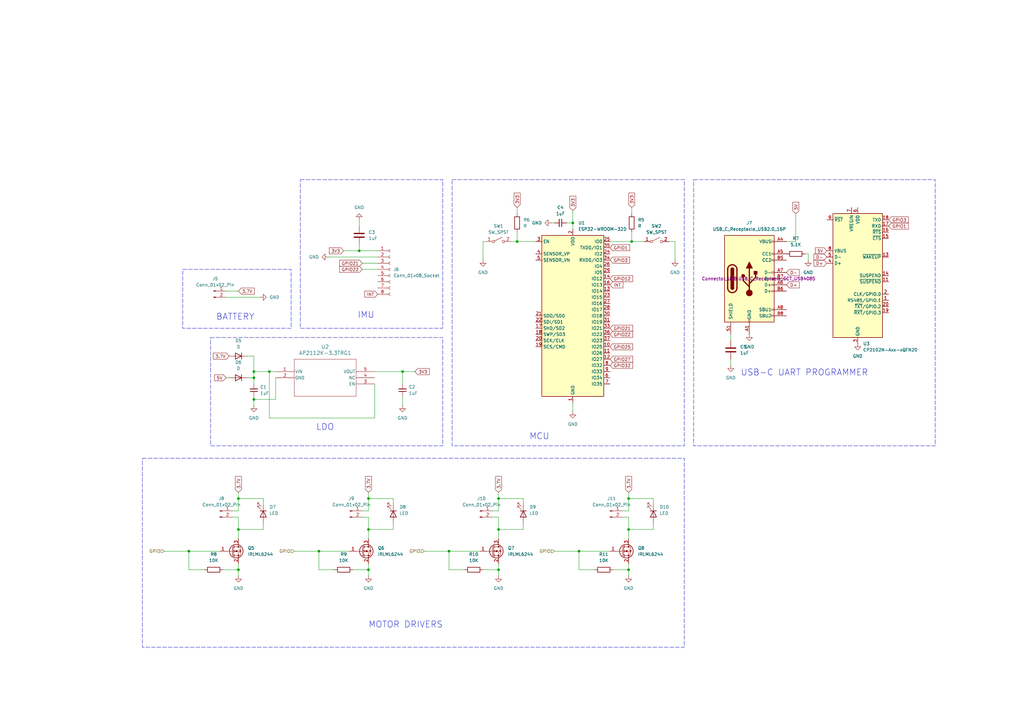
<source format=kicad_sch>
(kicad_sch (version 20231120) (generator "eeschema") (generator_version "8.0")
  (paper "A3")
  (lib_symbols
    (symbol "2025-03-06_04-36-30:AP2112K-3.3TRG1" (pin_names (offset 0.254))
      (property "Reference" "U" (at 20.32 10.16 0))
      (property "Value" "AP2112K-3.3TRG1" (at 20.32 7.62 0))
      (symbol "AP2112K-3.3TRG1_0_1"
        (polyline (pts (xy 7.62 -10.16) (xy 33.02 -10.16)) (stroke (width 0.127)))
        (polyline (pts (xy 7.62 5.08) (xy 7.62 -10.16)) (stroke (width 0.127)))
        (polyline (pts (xy 33.02 -10.16) (xy 33.02 5.08)) (stroke (width 0.127)))
        (polyline (pts (xy 33.02 5.08) (xy 7.62 5.08)) (stroke (width 0.127)))
        (pin unspecified line (at 0 0 0) (length 7.62) (name "VIN") (number "1"))
        (pin unspecified line (at 0 -2.54 0) (length 7.62) (name "GND") (number "2"))
        (pin unspecified line (at 40.64 -5.08 180) (length 7.62) (name "EN") (number "3"))
        (pin unspecified line (at 40.64 -2.54 180) (length 7.62) (name "NC") (number "4"))
        (pin unspecified line (at 40.64 0 180) (length 7.62) (name "VOUT") (number "5"))
      )
    )
    (symbol "Connector:Conn_01x02_Pin" (pin_names (offset 1.016) hide)
      (property "Reference" "J" (at 0 2.54 0))
      (property "Value" "Conn_01x02_Pin" (at 0 -5.08 0))
      (symbol "Conn_01x02_Pin_1_1"
        (polyline (pts (xy 1.27 -2.54) (xy 0.8636 -2.54)) (stroke (width 0.1524)))
        (polyline (pts (xy 1.27 0) (xy 0.8636 0)) (stroke (width 0.1524)))
        (rectangle (start 0.8636 -2.413) (end 0 -2.667) (stroke (width 0.1524)) (fill (type outline)))
        (rectangle (start 0.8636 0.127) (end 0 -0.127) (stroke (width 0.1524)) (fill (type outline)))
        (pin passive line (at 5.08 0 180) (length 3.81) (name "Pin_1") (number "1"))
        (pin passive line (at 5.08 -2.54 180) (length 3.81) (name "Pin_2") (number "2"))
      )
    )
    (symbol "Connector:Conn_01x08_Socket" (pin_names (offset 1.016) hide)
      (property "Reference" "J" (at 0 10.16 0))
      (property "Value" "Conn_01x08_Socket" (at 0 -12.7 0))
      (symbol "Conn_01x08_Socket_1_1"
        (arc (start 0 -9.652) (mid -0.5058 -10.16) (end 0 -10.668) (stroke (width 0.1524)))
        (arc (start 0 -7.112) (mid -0.5058 -7.62) (end 0 -8.128) (stroke (width 0.1524)))
        (arc (start 0 -4.572) (mid -0.5058 -5.08) (end 0 -5.588) (stroke (width 0.1524)))
        (arc (start 0 -2.032) (mid -0.5058 -2.54) (end 0 -3.048) (stroke (width 0.1524)))
        (polyline (pts (xy -1.27 -10.16) (xy -0.508 -10.16)) (stroke (width 0.1524)))
        (polyline (pts (xy -1.27 -7.62) (xy -0.508 -7.62)) (stroke (width 0.1524)))
        (polyline (pts (xy -1.27 -5.08) (xy -0.508 -5.08)) (stroke (width 0.1524)))
        (polyline (pts (xy -1.27 -2.54) (xy -0.508 -2.54)) (stroke (width 0.1524)))
        (polyline (pts (xy -1.27 0) (xy -0.508 0)) (stroke (width 0.1524)))
        (polyline (pts (xy -1.27 2.54) (xy -0.508 2.54)) (stroke (width 0.1524)))
        (polyline (pts (xy -1.27 5.08) (xy -0.508 5.08)) (stroke (width 0.1524)))
        (polyline (pts (xy -1.27 7.62) (xy -0.508 7.62)) (stroke (width 0.1524)))
        (arc (start 0 0.508) (mid -0.5058 0) (end 0 -0.508) (stroke (width 0.1524)))
        (arc (start 0 3.048) (mid -0.5058 2.54) (end 0 2.032) (stroke (width 0.1524)))
        (arc (start 0 5.588) (mid -0.5058 5.08) (end 0 4.572) (stroke (width 0.1524)))
        (arc (start 0 8.128) (mid -0.5058 7.62) (end 0 7.112) (stroke (width 0.1524)))
        (pin passive line (at -5.08 7.62 0) (length 3.81) (name "Pin_1") (number "1"))
        (pin passive line (at -5.08 5.08 0) (length 3.81) (name "Pin_2") (number "2"))
        (pin passive line (at -5.08 2.54 0) (length 3.81) (name "Pin_3") (number "3"))
        (pin passive line (at -5.08 0 0) (length 3.81) (name "Pin_4") (number "4"))
        (pin passive line (at -5.08 -2.54 0) (length 3.81) (name "Pin_5") (number "5"))
        (pin passive line (at -5.08 -5.08 0) (length 3.81) (name "Pin_6") (number "6"))
        (pin passive line (at -5.08 -7.62 0) (length 3.81) (name "Pin_7") (number "7"))
        (pin passive line (at -5.08 -10.16 0) (length 3.81) (name "Pin_8") (number "8"))
      )
    )
    (symbol "Connector:USB_C_Receptacle_USB2.0_16P" (pin_names (offset 1.016))
      (property "Reference" "J" (at 0 22.225 0))
      (property "Value" "USB_C_Receptacle_USB2.0_16P" (at 0 19.685 0))
      (symbol "USB_C_Receptacle_USB2.0_16P_0_0"
        (rectangle (start -0.254 -17.78) (end 0.254 -16.764))
        (rectangle (start 10.16 -14.986) (end 9.144 -15.494))
        (rectangle (start 10.16 -12.446) (end 9.144 -12.954))
        (rectangle (start 10.16 -4.826) (end 9.144 -5.334))
        (rectangle (start 10.16 -2.286) (end 9.144 -2.794))
        (rectangle (start 10.16 0.254) (end 9.144 -0.254))
        (rectangle (start 10.16 2.794) (end 9.144 2.286))
        (rectangle (start 10.16 7.874) (end 9.144 7.366))
        (rectangle (start 10.16 10.414) (end 9.144 9.906))
        (rectangle (start 10.16 15.494) (end 9.144 14.986))
      )
      (symbol "USB_C_Receptacle_USB2.0_16P_0_1"
        (rectangle (start -10.16 17.78) (end 10.16 -17.78) (stroke (width 0.254)) (fill (type background)))
        (arc (start -8.89 -3.81) (mid -6.985 -5.7067) (end -5.08 -3.81) (stroke (width 0.508)))
        (arc (start -7.62 -3.81) (mid -6.985 -4.4423) (end -6.35 -3.81) (stroke (width 0.254)))
        (arc (start -7.62 -3.81) (mid -6.985 -4.4423) (end -6.35 -3.81) (stroke (width 0.254)) (fill (type outline)))
        (rectangle (start -7.62 -3.81) (end -6.35 3.81) (stroke (width 0.254)) (fill (type outline)))
        (arc (start -6.35 3.81) (mid -6.985 4.4423) (end -7.62 3.81) (stroke (width 0.254)))
        (arc (start -6.35 3.81) (mid -6.985 4.4423) (end -7.62 3.81) (stroke (width 0.254)) (fill (type outline)))
        (arc (start -5.08 3.81) (mid -6.985 5.7067) (end -8.89 3.81) (stroke (width 0.508)))
        (circle (center -2.54 1.143) (radius 0.635) (stroke (width 0.254)) (fill (type outline)))
        (circle (center 0 -5.842) (radius 1.27) (fill (type outline)))
        (polyline (pts (xy -8.89 -3.81) (xy -8.89 3.81)) (stroke (width 0.508)))
        (polyline (pts (xy -5.08 3.81) (xy -5.08 -3.81)) (stroke (width 0.508)))
        (polyline (pts (xy 0 -5.842) (xy 0 4.318)) (stroke (width 0.508)))
        (polyline (pts (xy 0 -3.302) (xy -2.54 -0.762) (xy -2.54 0.508)) (stroke (width 0.508)))
        (polyline (pts (xy 0 -2.032) (xy 2.54 0.508) (xy 2.54 1.778)) (stroke (width 0.508)))
        (polyline (pts (xy -1.27 4.318) (xy 0 6.858) (xy 1.27 4.318) (xy -1.27 4.318)) (stroke (width 0.254)) (fill (type outline)))
        (rectangle (start 1.905 1.778) (end 3.175 3.048) (stroke (width 0.254)) (fill (type outline)))
      )
      (symbol "USB_C_Receptacle_USB2.0_16P_1_1"
        (pin passive line (at 0 -22.86 90) (length 5.08) (name "GND") (number "A1"))
        (pin passive line (at 0 -22.86 90) (length 5.08) hide (name "GND") (number "A12"))
        (pin passive line (at 15.24 15.24 180) (length 5.08) (name "VBUS") (number "A4"))
        (pin bidirectional line (at 15.24 10.16 180) (length 5.08) (name "CC1") (number "A5"))
        (pin bidirectional line (at 15.24 -2.54 180) (length 5.08) (name "D+") (number "A6"))
        (pin bidirectional line (at 15.24 2.54 180) (length 5.08) (name "D-") (number "A7"))
        (pin bidirectional line (at 15.24 -12.7 180) (length 5.08) (name "SBU1") (number "A8"))
        (pin passive line (at 15.24 15.24 180) (length 5.08) hide (name "VBUS") (number "A9"))
        (pin passive line (at 0 -22.86 90) (length 5.08) hide (name "GND") (number "B1"))
        (pin passive line (at 0 -22.86 90) (length 5.08) hide (name "GND") (number "B12"))
        (pin passive line (at 15.24 15.24 180) (length 5.08) hide (name "VBUS") (number "B4"))
        (pin bidirectional line (at 15.24 7.62 180) (length 5.08) (name "CC2") (number "B5"))
        (pin bidirectional line (at 15.24 -5.08 180) (length 5.08) (name "D+") (number "B6"))
        (pin bidirectional line (at 15.24 0 180) (length 5.08) (name "D-") (number "B7"))
        (pin bidirectional line (at 15.24 -15.24 180) (length 5.08) (name "SBU2") (number "B8"))
        (pin passive line (at 15.24 15.24 180) (length 5.08) hide (name "VBUS") (number "B9"))
        (pin passive line (at -7.62 -22.86 90) (length 5.08) (name "SHIELD") (number "S1"))
      )
    )
    (symbol "Device:C" (pin_numbers hide) (pin_names (offset 0.254))
      (property "Reference" "C" (at 0.635 2.54 0))
      (property "Value" "C" (at 0.635 -2.54 0))
      (symbol "C_0_1"
        (polyline (pts (xy -2.032 -0.762) (xy 2.032 -0.762)) (stroke (width 0.508)))
        (polyline (pts (xy -2.032 0.762) (xy 2.032 0.762)) (stroke (width 0.508)))
      )
      (symbol "C_1_1"
        (pin passive line (at 0 3.81 270) (length 2.794) (name "~") (number "1"))
        (pin passive line (at 0 -3.81 90) (length 2.794) (name "~") (number "2"))
      )
    )
    (symbol "Device:C_Small" (pin_numbers hide) (pin_names (offset 0.254) hide)
      (property "Reference" "C" (at 0.254 1.778 0))
      (property "Value" "C_Small" (at 0.254 -2.032 0))
      (symbol "C_Small_0_1"
        (polyline (pts (xy -1.524 -0.508) (xy 1.524 -0.508)) (stroke (width 0.3302)))
        (polyline (pts (xy -1.524 0.508) (xy 1.524 0.508)) (stroke (width 0.3048)))
      )
      (symbol "C_Small_1_1"
        (pin passive line (at 0 2.54 270) (length 2.032) (name "~") (number "1"))
        (pin passive line (at 0 -2.54 90) (length 2.032) (name "~") (number "2"))
      )
    )
    (symbol "Device:D" (pin_numbers hide) (pin_names (offset 1.016) hide)
      (property "Reference" "D" (at 0 2.54 0))
      (property "Value" "D" (at 0 -2.54 0))
      (symbol "D_0_1"
        (polyline (pts (xy -1.27 1.27) (xy -1.27 -1.27)) (stroke (width 0.254)))
        (polyline (pts (xy 1.27 0) (xy -1.27 0)))
        (polyline (pts (xy 1.27 1.27) (xy 1.27 -1.27) (xy -1.27 0) (xy 1.27 1.27)) (stroke (width 0.254)))
      )
      (symbol "D_1_1"
        (pin passive line (at -3.81 0 0) (length 2.54) (name "K") (number "1"))
        (pin passive line (at 3.81 0 180) (length 2.54) (name "A") (number "2"))
      )
    )
    (symbol "Device:LED" (pin_numbers hide) (pin_names (offset 1.016) hide)
      (property "Reference" "D" (at 0 2.54 0))
      (property "Value" "LED" (at 0 -2.54 0))
      (symbol "LED_0_1"
        (polyline (pts (xy -1.27 -1.27) (xy -1.27 1.27)) (stroke (width 0.254)))
        (polyline (pts (xy -1.27 0) (xy 1.27 0)))
        (polyline (pts (xy 1.27 -1.27) (xy 1.27 1.27) (xy -1.27 0) (xy 1.27 -1.27)) (stroke (width 0.254)))
        (polyline (pts (xy -3.048 -0.762) (xy -4.572 -2.286) (xy -3.81 -2.286) (xy -4.572 -2.286) (xy -4.572 -1.524)))
        (polyline (pts (xy -1.778 -0.762) (xy -3.302 -2.286) (xy -2.54 -2.286) (xy -3.302 -2.286) (xy -3.302 -1.524)))
      )
      (symbol "LED_1_1"
        (pin passive line (at -3.81 0 0) (length 2.54) (name "K") (number "1"))
        (pin passive line (at 3.81 0 180) (length 2.54) (name "A") (number "2"))
      )
    )
    (symbol "Device:R" (pin_numbers hide) (pin_names (offset 0))
      (property "Reference" "R" (at 2.032 0 90))
      (property "Value" "R" (at 0 0 90))
      (symbol "R_0_1"
        (rectangle (start -1.016 -2.54) (end 1.016 2.54) (stroke (width 0.254)))
      )
      (symbol "R_1_1"
        (pin passive line (at 0 3.81 270) (length 1.27) (name "~") (number "1"))
        (pin passive line (at 0 -3.81 90) (length 1.27) (name "~") (number "2"))
      )
    )
    (symbol "Interface_USB:CP2102N-Axx-xQFN20"
      (property "Reference" "U" (at -8.89 26.67 0))
      (property "Value" "CP2102N-Axx-xQFN20" (at 12.7 26.67 0))
      (symbol "CP2102N-Axx-xQFN20_0_1"
        (rectangle (start -10.16 25.4) (end 10.16 -25.4) (stroke (width 0.254)) (fill (type background)))
      )
      (symbol "CP2102N-Axx-xQFN20_1_1"
        (pin bidirectional line (at 12.7 -10.16 180) (length 2.54) (name "RS485/GPIO.1") (number "1"))
        (pin no_connect line (at -10.16 -22.86 0) (length 2.54) hide (name "NC") (number "10"))
        (pin output line (at 12.7 -2.54 180) (length 2.54) (name "~{SUSPEND}") (number "11"))
        (pin passive line (at 0 -27.94 90) (length 2.54) hide (name "GND") (number "12"))
        (pin input line (at 12.7 7.62 180) (length 2.54) (name "~{WAKEUP}") (number "13"))
        (pin output line (at 12.7 0 180) (length 2.54) (name "SUSPEND") (number "14"))
        (pin input line (at 12.7 15.24 180) (length 2.54) (name "~{CTS}") (number "15"))
        (pin output line (at 12.7 17.78 180) (length 2.54) (name "~{RTS}") (number "16"))
        (pin input line (at 12.7 20.32 180) (length 2.54) (name "RXD") (number "17"))
        (pin output line (at 12.7 22.86 180) (length 2.54) (name "TXD") (number "18"))
        (pin bidirectional line (at 12.7 -15.24 180) (length 2.54) (name "~{RXT}/GPIO.3") (number "19"))
        (pin bidirectional line (at 12.7 -7.62 180) (length 2.54) (name "CLK/GPIO.0") (number "2"))
        (pin bidirectional line (at 12.7 -12.7 180) (length 2.54) (name "~{TXT}/GPIO.2") (number "20"))
        (pin passive line (at 0 -27.94 90) (length 2.54) hide (name "GND") (number "21"))
        (pin power_in line (at 0 -27.94 90) (length 2.54) (name "GND") (number "3"))
        (pin bidirectional line (at -12.7 5.08 0) (length 2.54) (name "D+") (number "4"))
        (pin bidirectional line (at -12.7 7.62 0) (length 2.54) (name "D-") (number "5"))
        (pin power_in line (at 0 27.94 270) (length 2.54) (name "VDD") (number "6"))
        (pin power_in line (at -2.54 27.94 270) (length 2.54) (name "VREGIN") (number "7"))
        (pin input line (at -12.7 10.16 0) (length 2.54) (name "VBUS") (number "8"))
        (pin input line (at -12.7 22.86 0) (length 2.54) (name "~{RST}") (number "9"))
      )
    )
    (symbol "RF_Module:ESP32-WROOM-32D"
      (property "Reference" "U" (at -12.7 34.29 0))
      (property "Value" "ESP32-WROOM-32D" (at 1.27 34.29 0))
      (symbol "ESP32-WROOM-32D_0_1"
        (rectangle (start -12.7 33.02) (end 12.7 -33.02) (stroke (width 0.254)) (fill (type background)))
      )
      (symbol "ESP32-WROOM-32D_1_1"
        (pin power_in line (at 0 -35.56 90) (length 2.54) (name "GND") (number "1"))
        (pin bidirectional line (at 15.24 -12.7 180) (length 2.54) (name "IO25") (number "10"))
        (pin bidirectional line (at 15.24 -15.24 180) (length 2.54) (name "IO26") (number "11"))
        (pin bidirectional line (at 15.24 -17.78 180) (length 2.54) (name "IO27") (number "12"))
        (pin bidirectional line (at 15.24 10.16 180) (length 2.54) (name "IO14") (number "13"))
        (pin bidirectional line (at 15.24 15.24 180) (length 2.54) (name "IO12") (number "14"))
        (pin passive line (at 0 -35.56 90) (length 2.54) hide (name "GND") (number "15"))
        (pin bidirectional line (at 15.24 12.7 180) (length 2.54) (name "IO13") (number "16"))
        (pin bidirectional line (at -15.24 -5.08 0) (length 2.54) (name "SHD/SD2") (number "17"))
        (pin bidirectional line (at -15.24 -7.62 0) (length 2.54) (name "SWP/SD3") (number "18"))
        (pin bidirectional line (at -15.24 -12.7 0) (length 2.54) (name "SCS/CMD") (number "19"))
        (pin power_in line (at 0 35.56 270) (length 2.54) (name "VDD") (number "2"))
        (pin bidirectional line (at -15.24 -10.16 0) (length 2.54) (name "SCK/CLK") (number "20"))
        (pin bidirectional line (at -15.24 0 0) (length 2.54) (name "SDO/SD0") (number "21"))
        (pin bidirectional line (at -15.24 -2.54 0) (length 2.54) (name "SDI/SD1") (number "22"))
        (pin bidirectional line (at 15.24 7.62 180) (length 2.54) (name "IO15") (number "23"))
        (pin bidirectional line (at 15.24 25.4 180) (length 2.54) (name "IO2") (number "24"))
        (pin bidirectional line (at 15.24 30.48 180) (length 2.54) (name "IO0") (number "25"))
        (pin bidirectional line (at 15.24 20.32 180) (length 2.54) (name "IO4") (number "26"))
        (pin bidirectional line (at 15.24 5.08 180) (length 2.54) (name "IO16") (number "27"))
        (pin bidirectional line (at 15.24 2.54 180) (length 2.54) (name "IO17") (number "28"))
        (pin bidirectional line (at 15.24 17.78 180) (length 2.54) (name "IO5") (number "29"))
        (pin input line (at -15.24 30.48 0) (length 2.54) (name "EN") (number "3"))
        (pin bidirectional line (at 15.24 0 180) (length 2.54) (name "IO18") (number "30"))
        (pin bidirectional line (at 15.24 -2.54 180) (length 2.54) (name "IO19") (number "31"))
        (pin no_connect line (at -12.7 -27.94 0) (length 2.54) hide (name "NC") (number "32"))
        (pin bidirectional line (at 15.24 -5.08 180) (length 2.54) (name "IO21") (number "33"))
        (pin bidirectional line (at 15.24 22.86 180) (length 2.54) (name "RXD0/IO3") (number "34"))
        (pin bidirectional line (at 15.24 27.94 180) (length 2.54) (name "TXD0/IO1") (number "35"))
        (pin bidirectional line (at 15.24 -7.62 180) (length 2.54) (name "IO22") (number "36"))
        (pin bidirectional line (at 15.24 -10.16 180) (length 2.54) (name "IO23") (number "37"))
        (pin passive line (at 0 -35.56 90) (length 2.54) hide (name "GND") (number "38"))
        (pin passive line (at 0 -35.56 90) (length 2.54) hide (name "GND") (number "39"))
        (pin input line (at -15.24 25.4 0) (length 2.54) (name "SENSOR_VP") (number "4"))
        (pin input line (at -15.24 22.86 0) (length 2.54) (name "SENSOR_VN") (number "5"))
        (pin input line (at 15.24 -25.4 180) (length 2.54) (name "IO34") (number "6"))
        (pin input line (at 15.24 -27.94 180) (length 2.54) (name "IO35") (number "7"))
        (pin bidirectional line (at 15.24 -20.32 180) (length 2.54) (name "IO32") (number "8"))
        (pin bidirectional line (at 15.24 -22.86 180) (length 2.54) (name "IO33") (number "9"))
      )
    )
    (symbol "Switch:SW_SPST" (pin_names (offset 0) hide)
      (property "Reference" "SW" (at 0 3.175 0))
      (property "Value" "SW_SPST" (at 0 -2.54 0))
      (symbol "SW_SPST_0_0"
        (circle (center -2.032 0) (radius 0.508))
        (polyline (pts (xy -1.524 0.254) (xy 1.524 1.778)))
        (circle (center 2.032 0) (radius 0.508))
      )
      (symbol "SW_SPST_1_1"
        (pin passive line (at -5.08 0 0) (length 2.54) (name "A") (number "1"))
        (pin passive line (at 5.08 0 180) (length 2.54) (name "B") (number "2"))
      )
    )
    (symbol "Transistor_FET:IRLML6244" (pin_names hide)
      (property "Reference" "Q" (at 5.08 1.905 0))
      (property "Value" "IRLML6244" (at 5.08 0 0))
      (symbol "IRLML6244_0_1"
        (polyline (pts (xy 0.254 0) (xy -2.54 0)))
        (polyline (pts (xy 0.254 1.905) (xy 0.254 -1.905)) (stroke (width 0.254)))
        (polyline (pts (xy 0.762 -1.27) (xy 0.762 -2.286)) (stroke (width 0.254)))
        (polyline (pts (xy 0.762 0.508) (xy 0.762 -0.508)) (stroke (width 0.254)))
        (polyline (pts (xy 0.762 2.286) (xy 0.762 1.27)) (stroke (width 0.254)))
        (polyline (pts (xy 2.54 2.54) (xy 2.54 1.778)))
        (polyline (pts (xy 2.54 -2.54) (xy 2.54 0) (xy 0.762 0)))
        (polyline (pts (xy 0.762 -1.778) (xy 3.302 -1.778) (xy 3.302 1.778) (xy 0.762 1.778)))
        (polyline (pts (xy 1.016 0) (xy 2.032 0.381) (xy 2.032 -0.381) (xy 1.016 0)) (fill (type outline)))
        (polyline (pts (xy 2.794 0.508) (xy 2.921 0.381) (xy 3.683 0.381) (xy 3.81 0.254)))
        (polyline (pts (xy 3.302 0.381) (xy 2.921 -0.254) (xy 3.683 -0.254) (xy 3.302 0.381)))
        (circle (center 1.651 0) (radius 2.794) (stroke (width 0.254)))
        (circle (center 2.54 -1.778) (radius 0.254) (fill (type outline)))
        (circle (center 2.54 1.778) (radius 0.254) (fill (type outline)))
      )
      (symbol "IRLML6244_1_1"
        (pin input line (at -5.08 0 0) (length 2.54) (name "G") (number "1"))
        (pin passive line (at 2.54 -5.08 90) (length 2.54) (name "S") (number "2"))
        (pin passive line (at 2.54 5.08 270) (length 2.54) (name "D") (number "3"))
      )
    )
    (symbol "power:GND" (power) (pin_numbers hide) (pin_names (offset 0) hide)
      (property "Value" "GND" (at 0 -3.81 0))
      (symbol "GND_0_1"
        (polyline (pts (xy 0 0) (xy 0 -1.27) (xy 1.27 -1.27) (xy 0 -2.54) (xy -1.27 -1.27) (xy 0 -1.27)))
      )
      (symbol "GND_1_1"
        (pin power_in line (at 0 0 270) (length 0) (name "~") (number "1"))
      )
    )
  )
  (junction (at 257.81 204.47))
  (junction (at 104.14 154.94))
  (junction (at 237.49 226.06))
  (junction (at 257.81 233.68))
  (junction (at 234.95 91.44))
  (junction (at 184.15 226.06))
  (junction (at 165.1 152.4))
  (junction (at 151.13 217.17))
  (junction (at 97.79 204.47))
  (junction (at 77.47 226.06))
  (junction (at 104.14 163.83))
  (junction (at 130.81 226.06))
  (junction (at 104.14 152.4))
  (junction (at 97.79 233.68))
  (junction (at 204.47 217.17))
  (junction (at 204.47 204.47))
  (junction (at 259.08 99.06))
  (junction (at 212.09 99.06))
  (junction (at 257.81 217.17))
  (junction (at 151.13 233.68))
  (junction (at 110.49 152.4))
  (junction (at 97.79 217.17))
  (junction (at 147.32 102.87))
  (junction (at 204.47 233.68))
  (junction (at 151.13 204.47))
  (wire (pts (xy 161.29 214.63) (xy 161.29 217.17)))
  (wire (pts (xy 212.09 99.06) (xy 219.71 99.06)))
  (wire (pts (xy 107.95 204.47) (xy 97.79 204.47)))
  (wire (pts (xy 104.14 163.83) (xy 104.14 166.37)))
  (wire (pts (xy 214.63 217.17) (xy 204.47 217.17)))
  (wire (pts (xy 107.95 217.17) (xy 97.79 217.17)))
  (wire (pts (xy 130.81 226.06) (xy 143.51 226.06)))
  (wire (pts (xy 151.13 209.55) (xy 148.59 209.55)))
  (wire (pts (xy 276.86 106.68) (xy 276.86 99.06)))
  (wire (pts (xy 151.13 233.68) (xy 151.13 236.22)))
  (wire (pts (xy 204.47 204.47) (xy 204.47 209.55)))
  (wire (pts (xy 147.32 102.87) (xy 154.94 102.87)))
  (wire (pts (xy 226.06 91.44) (xy 227.33 91.44)))
  (wire (pts (xy 77.47 233.68) (xy 77.47 226.06)))
  (wire (pts (xy 173.99 226.06) (xy 184.15 226.06)))
  (wire (pts (xy 151.13 201.93) (xy 151.13 204.47)))
  (wire (pts (xy 204.47 233.68) (xy 204.47 236.22)))
  (wire (pts (xy 212.09 95.25) (xy 212.09 99.06)))
  (wire (pts (xy 153.67 171.45) (xy 110.49 171.45)))
  (wire (pts (xy 104.14 154.94) (xy 104.14 157.48)))
  (wire (pts (xy 130.81 233.68) (xy 130.81 226.06)))
  (wire (pts (xy 214.63 214.63) (xy 214.63 217.17)))
  (wire (pts (xy 92.71 119.38) (xy 97.79 119.38)))
  (wire (pts (xy 259.08 85.09) (xy 259.08 87.63)))
  (wire (pts (xy 147.32 90.17) (xy 147.32 92.71)))
  (wire (pts (xy 97.79 209.55) (xy 95.25 209.55)))
  (wire (pts (xy 144.78 233.68) (xy 151.13 233.68)))
  (wire (pts (xy 299.72 137.16) (xy 299.72 139.7)))
  (wire (pts (xy 165.1 162.56) (xy 165.1 166.37)))
  (wire (pts (xy 101.6 154.94) (xy 104.14 154.94)))
  (wire (pts (xy 184.15 226.06) (xy 196.85 226.06)))
  (wire (pts (xy 137.16 233.68) (xy 130.81 233.68)))
  (wire (pts (xy 97.79 201.93) (xy 97.79 204.47)))
  (wire (pts (xy 161.29 204.47) (xy 151.13 204.47)))
  (wire (pts (xy 151.13 231.14) (xy 151.13 233.68)))
  (wire (pts (xy 199.39 99.06) (xy 198.12 99.06)))
  (wire (pts (xy 120.65 226.06) (xy 130.81 226.06)))
  (wire (pts (xy 140.97 102.87) (xy 147.32 102.87)))
  (wire (pts (xy 243.84 233.68) (xy 237.49 233.68)))
  (wire (pts (xy 151.13 212.09) (xy 151.13 217.17)))
  (wire (pts (xy 331.47 106.68) (xy 331.47 104.14)))
  (wire (pts (xy 107.95 207.01) (xy 107.95 204.47)))
  (wire (pts (xy 267.97 204.47) (xy 257.81 204.47)))
  (wire (pts (xy 92.71 154.94) (xy 93.98 154.94)))
  (wire (pts (xy 257.81 204.47) (xy 257.81 209.55)))
  (wire (pts (xy 110.49 152.4) (xy 113.03 152.4)))
  (wire (pts (xy 251.46 233.68) (xy 257.81 233.68)))
  (wire (pts (xy 151.13 217.17) (xy 151.13 220.98)))
  (wire (pts (xy 204.47 231.14) (xy 204.47 233.68)))
  (wire (pts (xy 184.15 233.68) (xy 184.15 226.06)))
  (wire (pts (xy 104.14 152.4) (xy 104.14 154.94)))
  (wire (pts (xy 165.1 152.4) (xy 165.1 157.48)))
  (wire (pts (xy 113.03 154.94) (xy 113.03 163.83)))
  (wire (pts (xy 67.31 226.06) (xy 77.47 226.06)))
  (wire (pts (xy 104.14 162.56) (xy 104.14 163.83)))
  (wire (pts (xy 201.93 212.09) (xy 204.47 212.09)))
  (wire (pts (xy 148.59 212.09) (xy 151.13 212.09)))
  (wire (pts (xy 147.32 100.33) (xy 147.32 102.87)))
  (wire (pts (xy 161.29 207.01) (xy 161.29 204.47)))
  (wire (pts (xy 113.03 163.83) (xy 104.14 163.83)))
  (wire (pts (xy 326.39 87.63) (xy 326.39 99.06)))
  (wire (pts (xy 153.67 152.4) (xy 165.1 152.4)))
  (wire (pts (xy 104.14 152.4) (xy 110.49 152.4)))
  (wire (pts (xy 237.49 226.06) (xy 250.19 226.06)))
  (wire (pts (xy 92.71 121.92) (xy 106.68 121.92)))
  (wire (pts (xy 101.6 146.05) (xy 104.14 146.05)))
  (wire (pts (xy 107.95 214.63) (xy 107.95 217.17)))
  (wire (pts (xy 267.97 207.01) (xy 267.97 204.47)))
  (wire (pts (xy 190.5 233.68) (xy 184.15 233.68)))
  (wire (pts (xy 83.82 233.68) (xy 77.47 233.68)))
  (wire (pts (xy 299.72 147.32) (xy 299.72 149.86)))
  (wire (pts (xy 326.39 99.06) (xy 322.58 99.06)))
  (wire (pts (xy 104.14 146.05) (xy 104.14 152.4)))
  (wire (pts (xy 209.55 99.06) (xy 212.09 99.06)))
  (wire (pts (xy 232.41 91.44) (xy 234.95 91.44)))
  (wire (pts (xy 234.95 86.36) (xy 234.95 91.44)))
  (wire (pts (xy 204.47 201.93) (xy 204.47 204.47)))
  (wire (pts (xy 148.59 110.49) (xy 154.94 110.49)))
  (wire (pts (xy 214.63 204.47) (xy 204.47 204.47)))
  (wire (pts (xy 331.47 104.14) (xy 330.2 104.14)))
  (wire (pts (xy 153.67 157.48) (xy 153.67 171.45)))
  (wire (pts (xy 267.97 217.17) (xy 257.81 217.17)))
  (wire (pts (xy 151.13 204.47) (xy 151.13 209.55)))
  (wire (pts (xy 97.79 212.09) (xy 97.79 217.17)))
  (wire (pts (xy 257.81 231.14) (xy 257.81 233.68)))
  (wire (pts (xy 234.95 165.1) (xy 234.95 168.91)))
  (wire (pts (xy 110.49 152.4) (xy 110.49 171.45)))
  (wire (pts (xy 257.81 209.55) (xy 255.27 209.55)))
  (wire (pts (xy 134.62 105.41) (xy 154.94 105.41)))
  (wire (pts (xy 161.29 217.17) (xy 151.13 217.17)))
  (wire (pts (xy 276.86 99.06) (xy 274.32 99.06)))
  (wire (pts (xy 214.63 207.01) (xy 214.63 204.47)))
  (wire (pts (xy 267.97 214.63) (xy 267.97 217.17)))
  (wire (pts (xy 148.59 107.95) (xy 154.94 107.95)))
  (wire (pts (xy 198.12 99.06) (xy 198.12 106.68)))
  (wire (pts (xy 257.81 233.68) (xy 257.81 236.22)))
  (wire (pts (xy 259.08 99.06) (xy 264.16 99.06)))
  (wire (pts (xy 204.47 209.55) (xy 201.93 209.55)))
  (wire (pts (xy 257.81 201.93) (xy 257.81 204.47)))
  (wire (pts (xy 97.79 217.17) (xy 97.79 220.98)))
  (wire (pts (xy 234.95 91.44) (xy 234.95 93.98)))
  (wire (pts (xy 255.27 212.09) (xy 257.81 212.09)))
  (wire (pts (xy 198.12 233.68) (xy 204.47 233.68)))
  (wire (pts (xy 165.1 152.4) (xy 170.18 152.4)))
  (wire (pts (xy 237.49 233.68) (xy 237.49 226.06)))
  (wire (pts (xy 257.81 217.17) (xy 257.81 220.98)))
  (wire (pts (xy 227.33 226.06) (xy 237.49 226.06)))
  (wire (pts (xy 204.47 212.09) (xy 204.47 217.17)))
  (wire (pts (xy 259.08 99.06) (xy 259.08 95.25)))
  (wire (pts (xy 97.79 204.47) (xy 97.79 209.55)))
  (wire (pts (xy 97.79 233.68) (xy 97.79 236.22)))
  (wire (pts (xy 250.19 99.06) (xy 259.08 99.06)))
  (wire (pts (xy 204.47 217.17) (xy 204.47 220.98)))
  (wire (pts (xy 95.25 212.09) (xy 97.79 212.09)))
  (wire (pts (xy 212.09 85.09) (xy 212.09 87.63)))
  (wire (pts (xy 91.44 233.68) (xy 97.79 233.68)))
  (wire (pts (xy 97.79 231.14) (xy 97.79 233.68)))
  (wire (pts (xy 257.81 212.09) (xy 257.81 217.17)))
  (wire (pts (xy 77.47 226.06) (xy 90.17 226.06)))
  (rectangle (start 86.36 138.43) (end 181.61 182.88) (stroke (width 0) (type dash)))
  (rectangle (start 284.48 73.66) (end 383.54 182.88) (stroke (width 0) (type dash)))
  (rectangle (start 58.42 187.96) (end 280.67 265.43) (stroke (width 0) (type dash)))
  (rectangle (start 123.19 73.66) (end 181.61 134.62) (stroke (width 0) (type dash)))
  (rectangle (start 185.42 73.66) (end 280.67 182.88) (stroke (width 0) (type dash)))
  (rectangle (start 74.93 110.49) (end 119.38 134.62) (stroke (width 0) (type dash)))
  (text "IMU" (at 150.114 129.286 0) (effects (font (size 2.54 2.54))))
  (text "USB-C UART PROGRAMMER" (at 329.946 152.908 0) (effects (font (size 2.54 2.54))))
  (text "LDO" (at 133.35 175.26 0) (effects (font (size 2.54 2.54))))
  (text "MOTOR DRIVERS" (at 166.37 256.286 0) (effects (font (size 2.54 2.54))))
  (text "MCU" (at 221.234 179.07 0) (effects (font (size 2.54 2.54))))
  (text "BATTERY" (at 96.52 130.048 0) (effects (font (size 2.54 2.54))))
  (global_label "3.7V" (shape input) (at 151.13 201.93 90) (property "Intersheetrefs" "${INTERSHEET_REFS}" (effects (hide yes))))
  (global_label "3.7V" (shape input) (at 93.98 146.05 180) (property "Intersheetrefs" "${INTERSHEET_REFS}" (effects (hide yes))))
  (global_label "GPIO22" (shape input) (at 148.59 110.49 180) (property "Intersheetrefs" "${INTERSHEET_REFS}" (effects (hide yes))))
  (global_label "3V3" (shape input) (at 170.18 152.4 0) (property "Intersheetrefs" "${INTERSHEET_REFS}" (effects (hide yes))))
  (global_label "GPIO22" (shape input) (at 250.19 137.16 0) (property "Intersheetrefs" "${INTERSHEET_REFS}" (effects (hide yes))))
  (global_label "GPIO32" (shape input) (at 250.19 149.86 0) (property "Intersheetrefs" "${INTERSHEET_REFS}" (effects (hide yes))))
  (global_label "GPIO1" (shape input) (at 250.19 101.6 0) (property "Intersheetrefs" "${INTERSHEET_REFS}" (effects (hide yes))))
  (global_label "3.7V" (shape input) (at 97.79 201.93 90) (property "Intersheetrefs" "${INTERSHEET_REFS}" (effects (hide yes))))
  (global_label "GPIO25" (shape input) (at 250.19 142.24 0) (property "Intersheetrefs" "${INTERSHEET_REFS}" (effects (hide yes))))
  (global_label "3V3" (shape input) (at 140.97 102.87 180) (property "Intersheetrefs" "${INTERSHEET_REFS}" (effects (hide yes))))
  (global_label "5V" (shape input) (at 339.09 102.87 180) (property "Intersheetrefs" "${INTERSHEET_REFS}" (effects (hide yes))))
  (global_label "GPIO21" (shape input) (at 250.19 134.62 0) (property "Intersheetrefs" "${INTERSHEET_REFS}" (effects (hide yes))))
  (global_label "D-" (shape input) (at 339.09 105.41 180) (property "Intersheetrefs" "${INTERSHEET_REFS}" (effects (hide yes))))
  (global_label "D-" (shape input) (at 322.58 111.76 0) (property "Intersheetrefs" "${INTERSHEET_REFS}" (effects (hide yes))))
  (global_label "GPIO27" (shape input) (at 250.19 147.32 0) (property "Intersheetrefs" "${INTERSHEET_REFS}" (effects (hide yes))))
  (global_label "3V3" (shape input) (at 259.08 85.09 90) (property "Intersheetrefs" "${INTERSHEET_REFS}" (effects (hide yes))))
  (global_label "5V" (shape input) (at 92.71 154.94 180) (property "Intersheetrefs" "${INTERSHEET_REFS}" (effects (hide yes))))
  (global_label "3.7V" (shape input) (at 204.47 201.93 90) (property "Intersheetrefs" "${INTERSHEET_REFS}" (effects (hide yes))))
  (global_label "D+" (shape input) (at 322.58 116.84 0) (property "Intersheetrefs" "${INTERSHEET_REFS}" (effects (hide yes))))
  (global_label "GPIO3" (shape input) (at 250.19 106.68 0) (property "Intersheetrefs" "${INTERSHEET_REFS}" (effects (hide yes))))
  (global_label "GPIO12" (shape input) (at 250.19 114.3 0) (property "Intersheetrefs" "${INTERSHEET_REFS}" (effects (hide yes))))
  (global_label "3.7V" (shape input) (at 97.79 119.38 0) (property "Intersheetrefs" "${INTERSHEET_REFS}" (effects (hide yes))))
  (global_label "3.7V" (shape input) (at 257.81 201.93 90) (property "Intersheetrefs" "${INTERSHEET_REFS}" (effects (hide yes))))
  (global_label "5V" (shape input) (at 326.39 87.63 90) (property "Intersheetrefs" "${INTERSHEET_REFS}" (effects (hide yes))))
  (global_label "3V3" (shape input) (at 234.95 86.36 90) (property "Intersheetrefs" "${INTERSHEET_REFS}" (effects (hide yes))))
  (global_label "GPIO1" (shape input) (at 364.49 92.71 0) (property "Intersheetrefs" "${INTERSHEET_REFS}" (effects (hide yes))))
  (global_label "INT" (shape input) (at 154.94 120.65 180) (property "Intersheetrefs" "${INTERSHEET_REFS}" (effects (hide yes))))
  (global_label "GPIO3" (shape input) (at 364.49 90.17 0) (property "Intersheetrefs" "${INTERSHEET_REFS}" (effects (hide yes))))
  (global_label "INT" (shape input) (at 250.19 116.84 0) (property "Intersheetrefs" "${INTERSHEET_REFS}" (effects (hide yes))))
  (global_label "GPIO21" (shape input) (at 148.59 107.95 180) (property "Intersheetrefs" "${INTERSHEET_REFS}" (effects (hide yes))))
  (global_label "3V3" (shape input) (at 212.09 85.09 90) (property "Intersheetrefs" "${INTERSHEET_REFS}" (effects (hide yes))))
  (global_label "D+" (shape input) (at 339.09 107.95 180) (property "Intersheetrefs" "${INTERSHEET_REFS}" (effects (hide yes))))
  (hierarchical_label "GPIO" (shape input) (at 173.99 226.06 180))
  (hierarchical_label "GPIO" (shape input) (at 67.31 226.06 180))
  (hierarchical_label "GPIO" (shape input) (at 120.65 226.06 180))
  (hierarchical_label "GPIO" (shape input) (at 227.33 226.06 180))
  (symbol (lib_id "Device:R") (at 212.09 91.44 180) (unit 1)
    (property "Reference" "R6" (at 214.63 90.1699 0) (effects (justify right)))
    (property "Value" "R" (at 214.63 92.7099 0) (effects (justify right)))
    (property "Footprint" "Resistor_SMD:R_0603_1608Metric" (effects (hide yes)))
    (property "Description" "Resistor" (effects (hide yes)))
  )
  (symbol (lib_id "power:GND") (at 331.47 106.68 0) (unit 1)
    (property "Reference" "#PWR016" (effects (hide yes)))
    (property "Value" "GND" (at 331.47 111.76 0))
    (property "Description" "Power symbol creates a global label with name \"GND\" , ground" (effects (hide yes)))
  )
  (symbol (lib_id "Connector:USB_C_Receptacle_USB2.0_16P") (at 307.34 114.3 0) (unit 1)
    (property "Reference" "J7" (at 307.34 91.44 0))
    (property "Value" "USB_C_Receptacle_USB2.0_16P" (at 307.34 93.98 0))
    (property "Footprint" "Connector_USB:USB_C_Receptacle_GCT_USB4085" (at 311.15 114.3 0))
    (property "Datasheet" "https://www.usb.org/sites/default/files/documents/usb_type-c.zip" (effects (hide yes)))
    (property "Description" "USB 2.0-only 16P Type-C Receptacle connector" (effects (hide yes)))
  )
  (symbol (lib_id "power:GND") (at 257.81 236.22 0) (unit 1)
    (property "Reference" "#PWR021" (effects (hide yes)))
    (property "Value" "GND" (at 257.81 241.3 0))
    (property "Description" "Power symbol creates a global label with name \"GND\" , ground" (effects (hide yes)))
  )
  (symbol (lib_id "RF_Module:ESP32-WROOM-32D") (at 234.95 129.54 0) (unit 1)
    (property "Reference" "U1" (at 237.1441 91.44 0) (effects (justify left)))
    (property "Value" "ESP32-WROOM-32D" (at 237.1441 93.98 0) (effects (justify left)))
    (property "Footprint" "RF_Module:ESP32-WROOM-32D" (effects (hide yes)))
    (property "Datasheet" "https://www.espressif.com/sites/default/files/documentation/esp32-wroom-32d_esp32-wroom-32u_datasheet_en.pdf" (effects (hide yes)))
    (property "Description" "RF Module, ESP32-D0WD SoC, Wi-Fi 802.11b/g/n, Bluetooth, BLE, 32-bit, 2.7-3.6V, onboard antenna, SMD" (effects (hide yes)))
  )
  (symbol (lib_id "power:GND") (at 276.86 106.68 0) (unit 1)
    (property "Reference" "#PWR013" (effects (hide yes)))
    (property "Value" "GND" (at 276.86 111.76 0))
    (property "Description" "Power symbol creates a global label with name \"GND\" , ground" (effects (hide yes)))
  )
  (symbol (lib_id "power:GND") (at 134.62 105.41 270) (unit 1)
    (property "Reference" "#PWR09" (effects (hide yes)))
    (property "Value" "GND" (at 130.81 105.4099 90) (effects (justify right)))
    (property "Description" "Power symbol creates a global label with name \"GND\" , ground" (effects (hide yes)))
  )
  (symbol (lib_id "power:GND") (at 226.06 91.44 270) (unit 1)
    (property "Reference" "#PWR011" (effects (hide yes)))
    (property "Value" "GND" (at 222.25 91.4399 90) (effects (justify right)))
    (property "Description" "Power symbol creates a global label with name \"GND\" , ground" (effects (hide yes)))
  )
  (symbol (lib_id "Device:R") (at 259.08 91.44 180) (unit 1)
    (property "Reference" "R5" (at 261.62 90.1699 0) (effects (justify right)))
    (property "Value" "R" (at 261.62 92.7099 0) (effects (justify right)))
    (property "Footprint" "Resistor_SMD:R_0603_1608Metric" (effects (hide yes)))
    (property "Description" "Resistor" (effects (hide yes)))
  )
  (symbol (lib_id "Device:R") (at 140.97 233.68 90) (unit 1)
    (property "Reference" "R9" (at 140.97 227.33 90))
    (property "Value" "10K" (at 140.97 229.87 90))
    (property "Footprint" "Resistor_SMD:R_0603_1608Metric" (effects (hide yes)))
    (property "Description" "Resistor" (effects (hide yes)))
  )
  (symbol (lib_id "Transistor_FET:IRLML6244") (at 148.59 226.06 0) (unit 1)
    (property "Reference" "Q6" (at 154.94 224.7899 0) (effects (justify left)))
    (property "Value" "IRLML6244" (at 154.94 227.3299 0) (effects (justify left)))
    (property "Footprint" "Package_TO_SOT_SMD:SOT-23" (effects (hide yes)))
    (property "Datasheet" "https://www.infineon.com/dgdl/Infineon-IRLML6244-DataSheet-v01_01-EN.pdf?fileId=5546d462533600a4015356686fed261f" (effects (hide yes)))
    (property "Description" "6.3A Id, 20V Vds, 21mOhm Rds, N-Channel StrongIRFET Power MOSFET, SOT-23" (effects (hide yes)))
  )
  (symbol (lib_id "Device:C_Small") (at 229.87 91.44 270) (unit 1)
    (property "Reference" "C4" (at 229.8636 85.09 90))
    (property "Value" "1uF" (at 229.8636 87.63 90))
    (property "Footprint" "Capacitor_SMD:C_0603_1608Metric" (effects (hide yes)))
    (property "Description" "Unpolarized capacitor, small symbol" (effects (hide yes)))
  )
  (symbol (lib_id "power:GND") (at 104.14 166.37 0) (unit 1)
    (property "Reference" "#PWR05" (effects (hide yes)))
    (property "Value" "GND" (at 104.14 171.45 0))
    (property "Description" "Power symbol creates a global label with name \"GND\" , ground" (effects (hide yes)))
  )
  (symbol (lib_id "power:GND") (at 299.72 149.86 0) (unit 1)
    (property "Reference" "#PWR017" (effects (hide yes)))
    (property "Value" "GND" (at 299.72 154.94 0))
    (property "Description" "Power symbol creates a global label with name \"GND\" , ground" (effects (hide yes)))
  )
  (symbol (lib_id "Device:R") (at 326.39 104.14 90) (unit 1)
    (property "Reference" "R7" (at 326.39 97.79 90))
    (property "Value" "5.1K" (at 326.39 100.33 90))
    (property "Footprint" "Resistor_SMD:R_0603_1608Metric" (effects (hide yes)))
    (property "Description" "Resistor" (effects (hide yes)))
  )
  (symbol (lib_id "Connector:Conn_01x02_Pin") (at 250.19 209.55 0) (unit 1)
    (property "Reference" "J11" (at 250.825 204.47 0))
    (property "Value" "Conn_01x02_Pin" (at 250.825 207.01 0))
    (property "Footprint" "Connector_JST:JST_XH_B2B-XH-A_1x02_P2.50mm_Vertical" (effects (hide yes)))
    (property "Description" "Generic connector, single row, 01x02, script generated" (effects (hide yes)))
  )
  (symbol (lib_id "power:GND") (at 204.47 236.22 0) (unit 1)
    (property "Reference" "#PWR020" (effects (hide yes)))
    (property "Value" "GND" (at 204.47 241.3 0))
    (property "Description" "Power symbol creates a global label with name \"GND\" , ground" (effects (hide yes)))
  )
  (symbol (lib_id "Connector:Conn_01x02_Pin") (at 87.63 119.38 0) (unit 1)
    (property "Reference" "J5" (at 88.265 114.3 0))
    (property "Value" "Conn_01x02_Pin" (at 88.265 116.84 0))
    (property "Footprint" "Connector_JST:JST_XH_B2B-XH-A_1x02_P2.50mm_Vertical" (effects (hide yes)))
    (property "Description" "Generic connector, single row, 01x02, script generated" (effects (hide yes)))
  )
  (symbol (lib_id "2025-03-06_04-36-30:AP2112K-3.3TRG1") (at 113.03 152.4 0) (unit 1)
    (property "Reference" "U2" (at 133.35 142.24 0) (effects (font (size 1.524 1.524))))
    (property "Value" "AP2112K-3.3TRG1" (at 133.35 144.78 0) (effects (font (size 1.524 1.524))))
    (property "Footprint" "FlightController:SOT_RG1_DIO" (effects (hide yes)))
    (property "Datasheet" "AP2112K-3.3TRG1" (effects (hide yes)))
  )
  (symbol (lib_id "power:GND") (at 151.13 236.22 0) (unit 1)
    (property "Reference" "#PWR019" (effects (hide yes)))
    (property "Value" "GND" (at 151.13 241.3 0))
    (property "Description" "Power symbol creates a global label with name \"GND\" , ground" (effects (hide yes)))
  )
  (symbol (lib_id "Device:C") (at 299.72 143.51 0) (unit 1)
    (property "Reference" "C5" (at 303.53 142.2399 0) (effects (justify left)))
    (property "Value" "1uF" (at 303.53 144.7799 0) (effects (justify left)))
    (property "Footprint" "Capacitor_SMD:C_0603_1608Metric" (effects (hide yes)))
    (property "Description" "Unpolarized capacitor" (effects (hide yes)))
  )
  (symbol (lib_id "Device:LED") (at 267.97 210.82 270) (unit 1)
    (property "Reference" "D10" (at 270.51 207.9624 90) (effects (justify left)))
    (property "Value" "LED" (at 270.51 210.5024 90) (effects (justify left)))
    (property "Footprint" "LED_SMD:LED_0603_1608Metric" (effects (hide yes)))
    (property "Description" "Light emitting diode" (effects (hide yes)))
  )
  (symbol (lib_id "power:GND") (at 198.12 106.68 0) (unit 1)
    (property "Reference" "#PWR012" (effects (hide yes)))
    (property "Value" "GND" (at 198.12 111.76 0))
    (property "Description" "Power symbol creates a global label with name \"GND\" , ground" (effects (hide yes)))
  )
  (symbol (lib_id "Connector:Conn_01x02_Pin") (at 196.85 209.55 0) (unit 1)
    (property "Reference" "J10" (at 197.485 204.47 0))
    (property "Value" "Conn_01x02_Pin" (at 197.485 207.01 0))
    (property "Footprint" "Connector_JST:JST_XH_B2B-XH-A_1x02_P2.50mm_Vertical" (effects (hide yes)))
    (property "Description" "Generic connector, single row, 01x02, script generated" (effects (hide yes)))
  )
  (symbol (lib_id "Device:C_Small") (at 165.1 160.02 180) (unit 1)
    (property "Reference" "C2" (at 167.64 158.7435 0) (effects (justify right)))
    (property "Value" "1uF" (at 167.64 161.2835 0) (effects (justify right)))
    (property "Footprint" "Capacitor_SMD:C_0603_1608Metric" (effects (hide yes)))
    (property "Description" "Unpolarized capacitor, small symbol" (effects (hide yes)))
  )
  (symbol (lib_id "Connector:Conn_01x08_Socket") (at 160.02 110.49 0) (unit 1)
    (property "Reference" "J6" (at 161.29 110.4899 0) (effects (justify left)))
    (property "Value" "Conn_01x08_Socket" (at 161.29 113.0299 0) (effects (justify left)))
    (property "Footprint" "Connector_PinSocket_2.54mm:PinSocket_1x08_P2.54mm_Vertical" (effects (hide yes)))
    (property "Description" "Generic connector, single row, 01x08, script generated" (effects (hide yes)))
  )
  (symbol (lib_id "power:GND") (at 165.1 166.37 0) (unit 1)
    (property "Reference" "#PWR06" (effects (hide yes)))
    (property "Value" "GND" (at 165.1 171.45 0))
    (property "Description" "Power symbol creates a global label with name \"GND\" , ground" (effects (hide yes)))
  )
  (symbol (lib_id "Device:LED") (at 107.95 210.82 270) (unit 1)
    (property "Reference" "D7" (at 110.49 207.9624 90) (effects (justify left)))
    (property "Value" "LED" (at 110.49 210.5024 90) (effects (justify left)))
    (property "Footprint" "LED_SMD:LED_0603_1608Metric" (effects (hide yes)))
    (property "Description" "Light emitting diode" (effects (hide yes)))
  )
  (symbol (lib_id "power:GND") (at 106.68 121.92 90) (unit 1)
    (property "Reference" "#PWR08" (effects (hide yes)))
    (property "Value" "GND" (at 110.49 121.9199 90) (effects (justify right)))
    (property "Description" "Power symbol creates a global label with name \"GND\" , ground" (effects (hide yes)))
  )
  (symbol (lib_id "Transistor_FET:IRLML6244") (at 201.93 226.06 0) (unit 1)
    (property "Reference" "Q7" (at 208.28 224.7899 0) (effects (justify left)))
    (property "Value" "IRLML6244" (at 208.28 227.3299 0) (effects (justify left)))
    (property "Footprint" "Package_TO_SOT_SMD:SOT-23" (effects (hide yes)))
    (property "Datasheet" "https://www.infineon.com/dgdl/Infineon-IRLML6244-DataSheet-v01_01-EN.pdf?fileId=5546d462533600a4015356686fed261f" (effects (hide yes)))
    (property "Description" "6.3A Id, 20V Vds, 21mOhm Rds, N-Channel StrongIRFET Power MOSFET, SOT-23" (effects (hide yes)))
  )
  (symbol (lib_id "Interface_USB:CP2102N-Axx-xQFN20") (at 351.79 113.03 0) (unit 1)
    (property "Reference" "U3" (at 353.9841 140.97 0) (effects (justify left)))
    (property "Value" "CP2102N-Axx-xQFN20" (at 353.9841 143.51 0) (effects (justify left)))
    (property "Footprint" "Package_DFN_QFN:SiliconLabs_QFN-20-1EP_3x3mm_P0.5mm_EP1.8x1.8mm" (effects (hide yes)))
    (property "Datasheet" "https://www.silabs.com/documents/public/data-sheets/cp2102n-datasheet.pdf" (effects (hide yes)))
    (property "Description" "USB to UART master bridge, QFN-20" (effects (hide yes)))
  )
  (symbol (lib_id "Device:D") (at 97.79 146.05 180) (unit 1)
    (property "Reference" "D5" (at 97.79 139.7 0))
    (property "Value" "D" (at 97.79 142.24 0))
    (property "Footprint" "Diode_THT:D_DO-15_P12.70mm_Horizontal" (effects (hide yes)))
    (property "Description" "Diode" (effects (hide yes)))
    (property "Sim.Device" "D" (effects (hide yes)))
    (property "Sim.Pins" "1=K 2=A" (effects (hide yes)))
  )
  (symbol (lib_id "power:GND") (at 234.95 168.91 0) (unit 1)
    (property "Reference" "#PWR07" (effects (hide yes)))
    (property "Value" "GND" (at 234.95 173.99 0))
    (property "Description" "Power symbol creates a global label with name \"GND\" , ground" (effects (hide yes)))
  )
  (symbol (lib_id "Switch:SW_SPST") (at 204.47 99.06 0) (unit 1)
    (property "Reference" "SW1" (at 204.47 92.71 0))
    (property "Value" "SW_SPST" (at 204.47 95.25 0))
    (property "Footprint" "Button_Switch_SMD:SW_SPST_PTS645" (effects (hide yes)))
    (property "Description" "Single Pole Single Throw (SPST) switch" (effects (hide yes)))
  )
  (symbol (lib_id "Connector:Conn_01x02_Pin") (at 143.51 209.55 0) (unit 1)
    (property "Reference" "J9" (at 144.145 204.47 0))
    (property "Value" "Conn_01x02_Pin" (at 144.145 207.01 0))
    (property "Footprint" "Connector_JST:JST_XH_B2B-XH-A_1x02_P2.50mm_Vertical" (effects (hide yes)))
    (property "Description" "Generic connector, single row, 01x02, script generated" (effects (hide yes)))
  )
  (symbol (lib_id "Device:LED") (at 214.63 210.82 270) (unit 1)
    (property "Reference" "D9" (at 217.17 207.9624 90) (effects (justify left)))
    (property "Value" "LED" (at 217.17 210.5024 90) (effects (justify left)))
    (property "Footprint" "LED_SMD:LED_0603_1608Metric" (effects (hide yes)))
    (property "Description" "Light emitting diode" (effects (hide yes)))
  )
  (symbol (lib_id "Device:LED") (at 161.29 210.82 270) (unit 1)
    (property "Reference" "D8" (at 163.83 207.9624 90) (effects (justify left)))
    (property "Value" "LED" (at 163.83 210.5024 90) (effects (justify left)))
    (property "Footprint" "LED_SMD:LED_0603_1608Metric" (effects (hide yes)))
    (property "Description" "Light emitting diode" (effects (hide yes)))
  )
  (symbol (lib_id "power:GND") (at 307.34 137.16 0) (unit 1)
    (property "Reference" "#PWR014" (effects (hide yes)))
    (property "Value" "GND" (at 307.34 142.24 0))
    (property "Description" "Power symbol creates a global label with name \"GND\" , ground" (effects (hide yes)))
  )
  (symbol (lib_id "power:GND") (at 97.79 236.22 0) (unit 1)
    (property "Reference" "#PWR018" (effects (hide yes)))
    (property "Value" "GND" (at 97.79 241.3 0))
    (property "Description" "Power symbol creates a global label with name \"GND\" , ground" (effects (hide yes)))
  )
  (symbol (lib_id "Device:R") (at 87.63 233.68 90) (unit 1)
    (property "Reference" "R8" (at 87.63 227.33 90))
    (property "Value" "10K" (at 87.63 229.87 90))
    (property "Footprint" "Resistor_SMD:R_0603_1608Metric" (effects (hide yes)))
    (property "Description" "Resistor" (effects (hide yes)))
  )
  (symbol (lib_id "Device:D") (at 97.79 154.94 180) (unit 1)
    (property "Reference" "D6" (at 97.79 148.59 0))
    (property "Value" "D" (at 97.79 151.13 0))
    (property "Footprint" "Diode_THT:D_DO-15_P12.70mm_Horizontal" (effects (hide yes)))
    (property "Description" "Diode" (effects (hide yes)))
    (property "Sim.Device" "D" (effects (hide yes)))
    (property "Sim.Pins" "1=K 2=A" (effects (hide yes)))
  )
  (symbol (lib_id "power:GND") (at 351.79 140.97 0) (unit 1)
    (property "Reference" "#PWR015" (effects (hide yes)))
    (property "Value" "GND" (at 351.79 146.05 0))
    (property "Description" "Power symbol creates a global label with name \"GND\" , ground" (effects (hide yes)))
  )
  (symbol (lib_id "power:GND") (at 147.32 90.17 180) (unit 1)
    (property "Reference" "#PWR010" (effects (hide yes)))
    (property "Value" "GND" (at 147.32 85.09 0))
    (property "Description" "Power symbol creates a global label with name \"GND\" , ground" (effects (hide yes)))
  )
  (symbol (lib_id "Transistor_FET:IRLML6244") (at 95.25 226.06 0) (unit 1)
    (property "Reference" "Q5" (at 101.6 224.7899 0) (effects (justify left)))
    (property "Value" "IRLML6244" (at 101.6 227.3299 0) (effects (justify left)))
    (property "Footprint" "Package_TO_SOT_SMD:SOT-23" (effects (hide yes)))
    (property "Datasheet" "https://www.infineon.com/dgdl/Infineon-IRLML6244-DataSheet-v01_01-EN.pdf?fileId=5546d462533600a4015356686fed261f" (effects (hide yes)))
    (property "Description" "6.3A Id, 20V Vds, 21mOhm Rds, N-Channel StrongIRFET Power MOSFET, SOT-23" (effects (hide yes)))
  )
  (symbol (lib_id "Connector:Conn_01x02_Pin") (at 90.17 209.55 0) (unit 1)
    (property "Reference" "J8" (at 90.805 204.47 0))
    (property "Value" "Conn_01x02_Pin" (at 90.805 207.01 0))
    (property "Footprint" "Connector_JST:JST_XH_B2B-XH-A_1x02_P2.50mm_Vertical" (effects (hide yes)))
    (property "Description" "Generic connector, single row, 01x02, script generated" (effects (hide yes)))
  )
  (symbol (lib_id "Device:C_Small") (at 104.14 160.02 180) (unit 1)
    (property "Reference" "C1" (at 106.68 158.7435 0) (effects (justify right)))
    (property "Value" "1uF" (at 106.68 161.2835 0) (effects (justify right)))
    (property "Footprint" "Capacitor_SMD:C_0603_1608Metric" (effects (hide yes)))
    (property "Description" "Unpolarized capacitor, small symbol" (effects (hide yes)))
  )
  (symbol (lib_id "Switch:SW_SPST") (at 269.24 99.06 0) (unit 1)
    (property "Reference" "SW2" (at 269.24 92.71 0))
    (property "Value" "SW_SPST" (at 269.24 95.25 0))
    (property "Footprint" "Button_Switch_SMD:SW_SPST_PTS645" (effects (hide yes)))
    (property "Description" "Single Pole Single Throw (SPST) switch" (effects (hide yes)))
  )
  (symbol (lib_id "Device:R") (at 194.31 233.68 90) (unit 1)
    (property "Reference" "R10" (at 194.31 227.33 90))
    (property "Value" "10K" (at 194.31 229.87 90))
    (property "Footprint" "Resistor_SMD:R_0603_1608Metric" (effects (hide yes)))
    (property "Description" "Resistor" (effects (hide yes)))
  )
  (symbol (lib_id "Device:C") (at 147.32 96.52 0) (unit 1)
    (property "Reference" "C3" (at 151.13 95.2499 0) (effects (justify left)))
    (property "Value" "1uF" (at 151.13 97.7899 0) (effects (justify left)))
    (property "Footprint" "Capacitor_SMD:C_0603_1608Metric" (effects (hide yes)))
    (property "Description" "Unpolarized capacitor" (effects (hide yes)))
  )
  (symbol (lib_id "Device:R") (at 247.65 233.68 90) (unit 1)
    (property "Reference" "R11" (at 247.65 227.33 90))
    (property "Value" "10K" (at 247.65 229.87 90))
    (property "Footprint" "Resistor_SMD:R_0603_1608Metric" (effects (hide yes)))
    (property "Description" "Resistor" (effects (hide yes)))
  )
  (symbol (lib_id "Transistor_FET:IRLML6244") (at 255.27 226.06 0) (unit 1)
    (property "Reference" "Q8" (at 261.62 224.7899 0) (effects (justify left)))
    (property "Value" "IRLML6244" (at 261.62 227.3299 0) (effects (justify left)))
    (property "Footprint" "Package_TO_SOT_SMD:SOT-23" (effects (hide yes)))
    (property "Datasheet" "https://www.infineon.com/dgdl/Infineon-IRLML6244-DataSheet-v01_01-EN.pdf?fileId=5546d462533600a4015356686fed261f" (effects (hide yes)))
    (property "Description" "6.3A Id, 20V Vds, 21mOhm Rds, N-Channel StrongIRFET Power MOSFET, SOT-23" (effects (hide yes)))
  )
)
</source>
